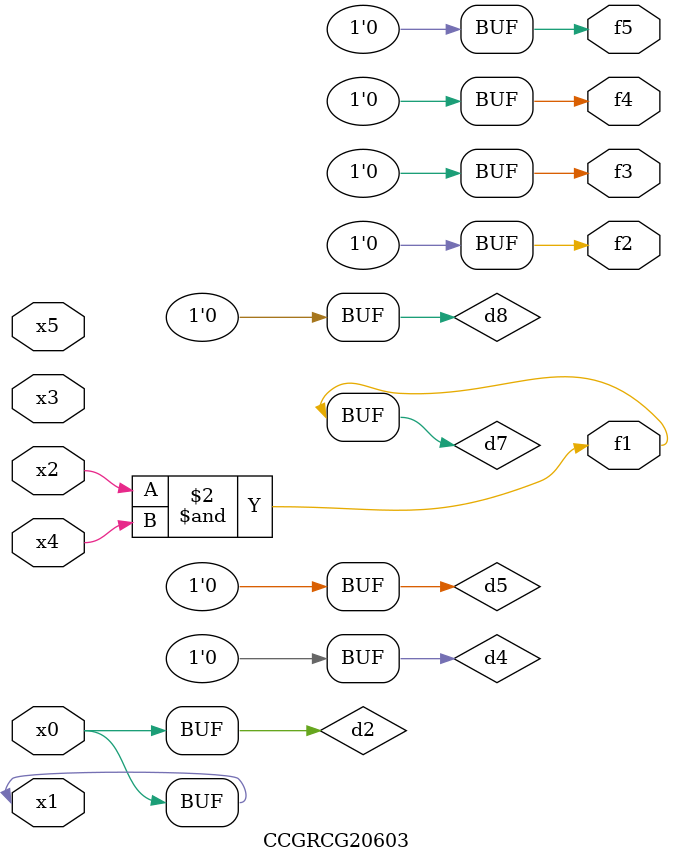
<source format=v>
module CCGRCG20603(
	input x0, x1, x2, x3, x4, x5,
	output f1, f2, f3, f4, f5
);

	wire d1, d2, d3, d4, d5, d6, d7, d8, d9;

	nand (d1, x1);
	buf (d2, x0, x1);
	nand (d3, x2, x4);
	and (d4, d1, d2);
	and (d5, d1, d2);
	nand (d6, d1, d3);
	not (d7, d3);
	xor (d8, d5);
	nor (d9, d5, d6);
	assign f1 = d7;
	assign f2 = d8;
	assign f3 = d8;
	assign f4 = d8;
	assign f5 = d8;
endmodule

</source>
